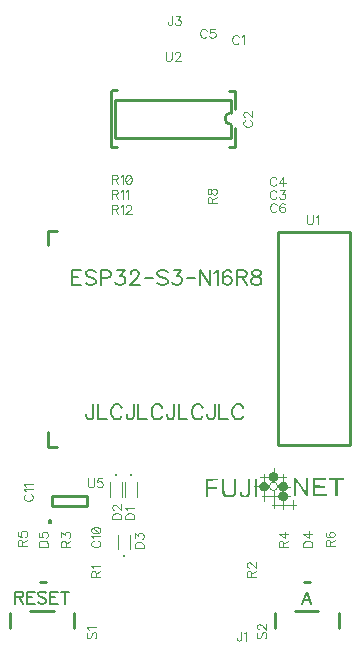
<source format=gbr>
G04 DipTrace 5.1.0.3*
G04 TopSilk.gbr*
%MOIN*%
G04 #@! TF.FileFunction,Legend,Top*
G04 #@! TF.Part,Single*
%ADD10C,0.009843*%
%ADD24C,0.003937*%
%ADD100C,0.004632*%
%ADD101C,0.00772*%
%ADD103C,0.006176*%
%FSLAX26Y26*%
G04*
G70*
G90*
G75*
G01*
G04 TopSilk*
%LPD*%
X857136Y945669D2*
D24*
Y898428D1*
X817766Y945669D2*
Y898428D1*
G36*
X833514Y969290D2*
X833548Y969804D1*
X833649Y970309D1*
X833814Y970797D1*
X834042Y971259D1*
X834328Y971687D1*
X834668Y972074D1*
X835055Y972413D1*
X835483Y972700D1*
X835945Y972927D1*
X836432Y973093D1*
X836938Y973193D1*
X837451Y973227D1*
X837965Y973193D1*
X838470Y973093D1*
X838958Y972927D1*
X839420Y972700D1*
X839848Y972413D1*
X840235Y972074D1*
X840575Y971687D1*
X840861Y971259D1*
X841089Y970797D1*
X841254Y970309D1*
X841355Y969804D1*
X841388Y969290D1*
Y969289D1*
X841355Y968775D1*
X841254Y968270D1*
X841089Y967782D1*
X840861Y967320D1*
X840575Y966892D1*
X840235Y966505D1*
X839848Y966165D1*
X839420Y965879D1*
X838958Y965651D1*
X838470Y965486D1*
X837965Y965385D1*
X837451Y965352D1*
X836938Y965385D1*
X836432Y965486D1*
X835945Y965651D1*
X835483Y965879D1*
X835055Y966165D1*
X834668Y966505D1*
X834328Y966892D1*
X834042Y967320D1*
X833814Y967782D1*
X833649Y968270D1*
X833548Y968775D1*
X833514Y969289D1*
Y969290D1*
G37*
X807136Y945669D2*
D24*
Y898428D1*
X767766Y945669D2*
Y898428D1*
G36*
X783514Y969290D2*
X783548Y969804D1*
X783649Y970309D1*
X783814Y970797D1*
X784042Y971259D1*
X784328Y971687D1*
X784668Y972074D1*
X785055Y972413D1*
X785483Y972700D1*
X785945Y972927D1*
X786432Y973093D1*
X786938Y973193D1*
X787451Y973227D1*
X787965Y973193D1*
X788470Y973093D1*
X788958Y972927D1*
X789420Y972700D1*
X789848Y972413D1*
X790235Y972074D1*
X790575Y971687D1*
X790861Y971259D1*
X791089Y970797D1*
X791254Y970309D1*
X791355Y969804D1*
X791388Y969290D1*
Y969289D1*
X791355Y968775D1*
X791254Y968270D1*
X791089Y967782D1*
X790861Y967320D1*
X790575Y966892D1*
X790235Y966505D1*
X789848Y966165D1*
X789420Y965879D1*
X788958Y965651D1*
X788470Y965486D1*
X787965Y965385D1*
X787451Y965352D1*
X786938Y965385D1*
X786432Y965486D1*
X785945Y965651D1*
X785483Y965879D1*
X785055Y966165D1*
X784668Y966505D1*
X784328Y966892D1*
X784042Y967320D1*
X783814Y967782D1*
X783649Y968270D1*
X783548Y968775D1*
X783514Y969289D1*
Y969290D1*
G37*
X792765Y722980D2*
D24*
Y770222D1*
X832135Y722980D2*
Y770222D1*
G36*
X816387Y699360D2*
X816353Y698846D1*
X816253Y698341D1*
X816087Y697853D1*
X815860Y697391D1*
X815574Y696963D1*
X815234Y696576D1*
X814847Y696236D1*
X814419Y695950D1*
X813957Y695722D1*
X813469Y695557D1*
X812964Y695456D1*
X812450Y695423D1*
X811936Y695456D1*
X811431Y695557D1*
X810943Y695722D1*
X810482Y695950D1*
X810053Y696236D1*
X809666Y696576D1*
X809327Y696963D1*
X809041Y697391D1*
X808813Y697853D1*
X808647Y698341D1*
X808547Y698846D1*
X808513Y699360D1*
Y699361D1*
X808547Y699875D1*
X808647Y700380D1*
X808813Y700868D1*
X809041Y701329D1*
X809327Y701758D1*
X809666Y702145D1*
X810053Y702484D1*
X810482Y702770D1*
X810943Y702998D1*
X811431Y703164D1*
X811936Y703264D1*
X812450Y703298D1*
X812964Y703264D1*
X813469Y703164D1*
X813957Y702998D1*
X814419Y702770D1*
X814847Y702484D1*
X815234Y702145D1*
X815574Y701758D1*
X815860Y701329D1*
X816087Y700868D1*
X816253Y700380D1*
X816353Y699875D1*
X816387Y699361D1*
Y699360D1*
G37*
X1434789Y613618D2*
D10*
X1415112D1*
X553539Y613619D2*
X533862D1*
X646193Y461265D2*
Y511262D1*
X433689Y461265D2*
Y511262D1*
X579311Y517513D2*
X500571Y517509D1*
X1528713Y461265D2*
Y511262D1*
X1316209Y461265D2*
Y511262D1*
X1461831Y517513D2*
X1383091Y517509D1*
X1565315Y1780392D2*
X1327825D1*
Y1071707D1*
X1565315D1*
Y1780392D1*
X590341Y1782337D2*
X559098Y1782262D1*
Y1738577D1*
Y1063554D2*
X590341D1*
X559098D2*
Y1113522D1*
X789014Y2252646D2*
X772639Y2252717D1*
X789798Y2063588D2*
X772639Y2063696D1*
X771113Y2251932D2*
Y2064445D1*
X1183612Y2251932D2*
Y2189436D1*
Y2126941D2*
Y2064445D1*
Y2251932D2*
X1164844D1*
X1170247Y2221201D2*
X784478D1*
X1170247Y2095211D2*
X784478D1*
Y2221201D2*
Y2095211D1*
X1170247Y2221201D2*
Y2177871D1*
Y2138504D2*
Y2095211D1*
Y2177871D2*
G03X1170247Y2138504I49J-19684D01*
G01*
X1183612Y2064445D2*
X1164844D1*
G36*
X566784Y806878D2*
X565779Y806944D1*
X564792Y807140D1*
X563838Y807464D1*
X562935Y807909D1*
X562098Y808469D1*
X561341Y809133D1*
X560677Y809890D1*
X560118Y810727D1*
X559673Y811630D1*
X559349Y812583D1*
X559152Y813571D1*
X559087Y814575D1*
X559152Y815580D1*
X559349Y816568D1*
X559673Y817521D1*
X560118Y818424D1*
X560677Y819261D1*
X561341Y820018D1*
X562098Y820682D1*
X562935Y821242D1*
X563838Y821687D1*
X564792Y822011D1*
X565779Y822207D1*
X566784Y822273D1*
X566789D1*
X567794Y822207D1*
X568782Y822011D1*
X569735Y821687D1*
X570638Y821242D1*
X571475Y820682D1*
X572232Y820018D1*
X572896Y819261D1*
X573456Y818424D1*
X573901Y817521D1*
X574225Y816568D1*
X574421Y815580D1*
X574487Y814575D1*
X574421Y813571D1*
X574225Y812583D1*
X573901Y811630D1*
X573456Y810727D1*
X572896Y809890D1*
X572232Y809133D1*
X571475Y808469D1*
X570638Y807909D1*
X569735Y807464D1*
X568782Y807140D1*
X567794Y806944D1*
X566789Y806878D1*
X566784D1*
G37*
X572050Y868640D2*
D10*
X690157D1*
X572050Y900131D2*
X690157D1*
Y868640D2*
Y900131D1*
X572050Y868640D2*
Y900131D1*
X1343978Y932046D2*
D24*
X1365266Y931907D1*
X1267563Y964281D2*
X1353852D1*
X1280971Y972152D2*
Y884829D1*
X1312315Y994243D2*
Y953915D1*
X1344203Y972000D2*
Y855657D1*
X1306427Y869266D2*
X1386827D1*
X1312451Y916621D2*
X1312315Y861311D1*
X1377043Y886479D2*
Y855657D1*
X1367576Y900350D2*
X1272274D1*
X1246003Y932073D2*
X1280744Y932198D1*
G36*
X1280228Y915818D2*
X1278108Y915957D1*
X1276024Y916371D1*
X1274012Y917054D1*
X1272107Y917994D1*
X1270340Y919174D1*
X1268743Y920575D1*
X1267342Y922172D1*
X1266162Y923939D1*
X1265222Y925844D1*
X1264539Y927856D1*
X1264125Y929940D1*
X1263986Y932060D1*
X1264125Y934180D1*
X1264539Y936263D1*
X1265222Y938275D1*
X1266162Y940181D1*
X1267342Y941947D1*
X1268743Y943545D1*
X1270340Y944945D1*
X1272107Y946126D1*
X1274012Y947065D1*
X1276024Y947748D1*
X1278108Y948163D1*
X1280228Y948302D1*
X1280356D1*
X1282476Y948163D1*
X1284560Y947748D1*
X1286572Y947065D1*
X1288477Y946126D1*
X1290244Y944945D1*
X1291841Y943545D1*
X1293242Y941947D1*
X1294422Y940181D1*
X1295362Y938275D1*
X1296045Y936263D1*
X1296459Y934180D1*
X1296598Y932060D1*
X1296459Y929940D1*
X1296045Y927856D1*
X1295362Y925844D1*
X1294422Y923939D1*
X1293242Y922172D1*
X1291841Y920575D1*
X1290244Y919174D1*
X1288477Y917994D1*
X1286572Y917054D1*
X1284560Y916371D1*
X1282476Y915957D1*
X1280356Y915818D1*
X1280228D1*
G37*
G36*
X1344050Y915706D2*
X1341930Y915845D1*
X1339846Y916259D1*
X1337834Y916942D1*
X1335928Y917882D1*
X1334162Y919063D1*
X1332564Y920463D1*
X1331164Y922061D1*
X1329983Y923827D1*
X1329043Y925733D1*
X1328361Y927745D1*
X1327946Y929829D1*
X1327807Y931949D1*
X1327946Y934069D1*
X1328361Y936153D1*
X1329043Y938165D1*
X1329983Y940070D1*
X1331164Y941837D1*
X1332564Y943434D1*
X1334162Y944835D1*
X1335928Y946015D1*
X1337834Y946955D1*
X1339846Y947638D1*
X1341930Y948053D1*
X1344050Y948192D1*
X1344131D1*
X1346251Y948053D1*
X1348335Y947638D1*
X1350347Y946955D1*
X1352253Y946015D1*
X1354019Y944835D1*
X1355617Y943434D1*
X1357017Y941837D1*
X1358198Y940070D1*
X1359138Y938165D1*
X1359821Y936153D1*
X1360235Y934069D1*
X1360374Y931949D1*
X1360235Y929829D1*
X1359821Y927745D1*
X1359138Y925733D1*
X1358198Y923827D1*
X1357018Y922061D1*
X1355617Y920463D1*
X1354019Y919063D1*
X1352253Y917882D1*
X1350347Y916942D1*
X1348335Y916259D1*
X1346251Y915845D1*
X1344131Y915706D1*
X1344050D1*
G37*
G36*
X1312205Y948164D2*
X1310085Y948303D1*
X1308002Y948717D1*
X1305990Y949400D1*
X1304084Y950340D1*
X1302318Y951520D1*
X1300720Y952921D1*
X1299320Y954519D1*
X1298139Y956285D1*
X1297200Y958191D1*
X1296517Y960202D1*
X1296102Y962286D1*
X1295963Y964406D1*
X1296102Y966526D1*
X1296517Y968610D1*
X1297200Y970622D1*
X1298139Y972527D1*
X1299320Y974294D1*
X1300720Y975891D1*
X1302318Y977292D1*
X1304084Y978472D1*
X1305990Y979412D1*
X1308002Y980095D1*
X1310085Y980509D1*
X1312205Y980648D1*
X1312289D1*
X1314409Y980509D1*
X1316493Y980095D1*
X1318505Y979412D1*
X1320410Y978472D1*
X1322177Y977292D1*
X1323774Y975891D1*
X1325175Y974294D1*
X1326355Y972527D1*
X1327295Y970622D1*
X1327978Y968610D1*
X1328393Y966526D1*
X1328531Y964406D1*
X1328393Y962286D1*
X1327978Y960202D1*
X1327295Y958191D1*
X1326355Y956285D1*
X1325175Y954519D1*
X1323774Y952921D1*
X1322177Y951520D1*
X1320410Y950340D1*
X1318505Y949400D1*
X1316493Y948717D1*
X1314409Y948303D1*
X1312289Y948164D1*
X1312205D1*
G37*
G36*
X1343959Y883416D2*
X1341839Y883555D1*
X1339755Y883969D1*
X1337743Y884652D1*
X1335838Y885592D1*
X1334071Y886772D1*
X1332474Y888173D1*
X1331073Y889771D1*
X1329893Y891537D1*
X1328953Y893443D1*
X1328270Y895454D1*
X1327855Y897538D1*
X1327717Y899658D1*
X1327855Y901778D1*
X1328270Y903862D1*
X1328953Y905874D1*
X1329893Y907779D1*
X1331073Y909546D1*
X1332474Y911143D1*
X1334071Y912544D1*
X1335838Y913724D1*
X1337743Y914664D1*
X1339755Y915347D1*
X1341839Y915761D1*
X1343959Y915900D1*
X1344041D1*
X1346161Y915761D1*
X1348245Y915347D1*
X1350257Y914664D1*
X1352162Y913724D1*
X1353929Y912544D1*
X1355526Y911143D1*
X1356927Y909546D1*
X1358107Y907779D1*
X1359047Y905874D1*
X1359730Y903862D1*
X1360145Y901778D1*
X1360283Y899658D1*
X1360145Y897538D1*
X1359730Y895454D1*
X1359047Y893443D1*
X1358107Y891537D1*
X1356927Y889771D1*
X1355526Y888173D1*
X1353929Y886772D1*
X1352162Y885592D1*
X1350257Y884652D1*
X1348245Y883969D1*
X1346161Y883555D1*
X1344041Y883416D1*
X1343959D1*
G37*
X1298274Y932502D2*
D24*
Y931991D1*
G03X1325995Y931991I13860J0D01*
G01*
Y932502D1*
G03X1298274Y932502I-13860J0D01*
G01*
X1250804Y938421D2*
Y921471D1*
G36*
X1380454Y961576D2*
Y899372D1*
X1387540D1*
Y947403D1*
X1388129Y947909D1*
X1388527Y947843D1*
X1388975Y947192D1*
X1389115Y946616D1*
X1420611Y899372D1*
X1428485D1*
Y961576D1*
X1421399D1*
Y913545D1*
X1420564Y912690D1*
X1420158Y912816D1*
X1419652Y913683D1*
X1419824Y914332D1*
X1388328Y961576D1*
X1380454D1*
G37*
G36*
X1443446D2*
Y899372D1*
X1489115D1*
Y905671D1*
X1451320Y906458D1*
Y927718D1*
X1485178Y928506D1*
Y934805D1*
X1451320Y935592D1*
Y954490D1*
X1487540Y955277D1*
Y961576D1*
X1443446D1*
G37*
G36*
X1497777D2*
Y955277D1*
X1518249Y954490D1*
Y899372D1*
X1525336D1*
Y954490D1*
X1545808Y955277D1*
Y961576D1*
X1497777D1*
G37*
G36*
X1087540Y958427D2*
Y896222D1*
X1094627D1*
Y923781D1*
X1123761Y924569D1*
Y930868D1*
X1094627Y931655D1*
Y951340D1*
X1128485Y952128D1*
Y958427D1*
X1087540D1*
G37*
G36*
X1140296D2*
Y916695D1*
X1141084Y911183D1*
X1142659Y906458D1*
X1143446Y904884D1*
X1145021Y902521D1*
X1147383Y900159D1*
X1149745Y898584D1*
X1152895Y897010D1*
X1155257Y896222D1*
X1159194Y895435D1*
X1169430D1*
X1173367Y896222D1*
X1175729Y897010D1*
X1178879Y898584D1*
X1181241Y900159D1*
X1184391Y903309D1*
X1185966Y905671D1*
X1186753Y907246D1*
X1187540Y909608D1*
X1188328Y913545D1*
Y958427D1*
X1181241D1*
X1180454Y915907D1*
X1179666Y911970D1*
X1178879Y909608D1*
Y908821D1*
X1175729Y905671D1*
X1172580Y904096D1*
X1169430Y903309D1*
X1166018Y902521D1*
X1162606D1*
X1159194Y903309D1*
X1156044Y904096D1*
X1154470Y904884D1*
X1153682Y905671D1*
X1152107Y906458D1*
X1150533Y908033D1*
Y908821D1*
X1149745Y910395D1*
X1148958Y912758D1*
X1148170Y920632D1*
X1147383Y958427D1*
X1140296D1*
G37*
G36*
X1225336D2*
Y908821D1*
X1224548Y908033D1*
Y906458D1*
X1222186Y904096D1*
X1219037Y902521D1*
X1216674Y901734D1*
X1214312D1*
X1211950Y902521D1*
X1208800Y904096D1*
X1207866Y904981D1*
X1208013Y905671D1*
X1207225Y907246D1*
X1206438Y910395D1*
X1205651Y914332D1*
X1204076D1*
X1199351Y913545D1*
Y907246D1*
X1200139Y904884D1*
X1201714Y901734D1*
X1205651Y897797D1*
X1208800Y896222D1*
X1211950Y895435D1*
X1219037D1*
X1222186Y896222D1*
X1224548Y897010D1*
X1226911Y898584D1*
X1230060Y901734D1*
X1231635Y904884D1*
X1232422Y908033D1*
X1233210Y916695D1*
Y958427D1*
X1225336D1*
G37*
G36*
X1248958D2*
Y896222D1*
X1256044D1*
Y958427D1*
X1248958D1*
G37*
X670903Y1653211D2*
D101*
X639841D1*
Y1602971D1*
X670903D1*
X639841Y1629279D2*
X658965D1*
X719836Y1646026D2*
X715082Y1650834D1*
X707897Y1653211D1*
X698336D1*
X691151Y1650834D1*
X686342Y1646026D1*
Y1641272D1*
X688774Y1636464D1*
X691151Y1634087D1*
X695904Y1631711D1*
X710274Y1626902D1*
X715082Y1624526D1*
X717459Y1622094D1*
X719836Y1617341D1*
Y1610156D1*
X715082Y1605402D1*
X707897Y1602971D1*
X698336D1*
X691151Y1605402D1*
X686342Y1610156D1*
X735275Y1626902D2*
X756830D1*
X763960Y1629279D1*
X766391Y1631711D1*
X768768Y1636464D1*
Y1643649D1*
X766391Y1648402D1*
X763960Y1650834D1*
X756830Y1653211D1*
X735275D1*
Y1602971D1*
X789016Y1653155D2*
X815269D1*
X800954Y1634032D1*
X808139D1*
X812892Y1631655D1*
X815269Y1629279D1*
X817701Y1622094D1*
Y1617341D1*
X815269Y1610156D1*
X810516Y1605347D1*
X803331Y1602971D1*
X796146D1*
X789016Y1605347D1*
X786639Y1607779D1*
X784207Y1612532D1*
X835572Y1641217D2*
Y1643594D1*
X837948Y1648402D1*
X840325Y1650779D1*
X845133Y1653155D1*
X854695D1*
X859448Y1650779D1*
X861825Y1648402D1*
X864257Y1643594D1*
Y1638841D1*
X861825Y1634032D1*
X857072Y1626902D1*
X833140Y1602971D1*
X866633D1*
X882072Y1628063D2*
X909707D1*
X958640Y1646026D2*
X953887Y1650834D1*
X946702Y1653211D1*
X937140D1*
X929955Y1650834D1*
X925147Y1646026D1*
Y1641272D1*
X927578Y1636464D1*
X929955Y1634087D1*
X934708Y1631711D1*
X949078Y1626902D1*
X953887Y1624526D1*
X956263Y1622094D1*
X958640Y1617341D1*
Y1610156D1*
X953887Y1605402D1*
X946702Y1602971D1*
X937140D1*
X929955Y1605402D1*
X925147Y1610156D1*
X978888Y1653155D2*
X1005141D1*
X990826Y1634032D1*
X998011D1*
X1002764Y1631655D1*
X1005141Y1629279D1*
X1007572Y1622094D1*
Y1617341D1*
X1005141Y1610156D1*
X1000387Y1605347D1*
X993202Y1602971D1*
X986017D1*
X978888Y1605347D1*
X976511Y1607779D1*
X974079Y1612532D1*
X1023012Y1628063D2*
X1050646D1*
X1099579Y1653211D2*
Y1602971D1*
X1066086Y1653211D1*
Y1602971D1*
X1115018Y1643594D2*
X1119827Y1646026D1*
X1127012Y1653155D1*
Y1602971D1*
X1171136Y1646026D2*
X1168759Y1650779D1*
X1161574Y1653155D1*
X1156821D1*
X1149636Y1650779D1*
X1144828Y1643594D1*
X1142451Y1631655D1*
Y1619717D1*
X1144828Y1610156D1*
X1149636Y1605347D1*
X1156821Y1602971D1*
X1159198D1*
X1166327Y1605347D1*
X1171136Y1610156D1*
X1173512Y1617341D1*
Y1619717D1*
X1171136Y1626902D1*
X1166327Y1631655D1*
X1159198Y1634032D1*
X1156821D1*
X1149636Y1631655D1*
X1144828Y1626902D1*
X1142451Y1619717D1*
X1188952Y1629279D2*
X1210452D1*
X1217637Y1631711D1*
X1220068Y1634087D1*
X1222445Y1638841D1*
Y1643649D1*
X1220068Y1648402D1*
X1217637Y1650834D1*
X1210452Y1653211D1*
X1188952D1*
Y1602971D1*
X1205698Y1629279D2*
X1222445Y1602971D1*
X1249823Y1653155D2*
X1242693Y1650779D1*
X1240261Y1646026D1*
Y1641217D1*
X1242693Y1636464D1*
X1247446Y1634032D1*
X1257008Y1631655D1*
X1264193Y1629279D1*
X1268946Y1624470D1*
X1271322Y1619717D1*
Y1612532D1*
X1268946Y1607779D1*
X1266569Y1605347D1*
X1259384Y1602971D1*
X1249823D1*
X1242693Y1605347D1*
X1240261Y1607779D1*
X1237884Y1612532D1*
Y1619717D1*
X1240261Y1624470D1*
X1245069Y1629279D1*
X1252199Y1631655D1*
X1261761Y1634032D1*
X1266569Y1636464D1*
X1268946Y1641217D1*
Y1646026D1*
X1266569Y1650779D1*
X1259384Y1653155D1*
X1249823D1*
X711164Y1205600D2*
Y1167354D1*
X708788Y1160169D1*
X706356Y1157792D1*
X701603Y1155360D1*
X696794D1*
X692041Y1157792D1*
X689664Y1160169D1*
X687233Y1167354D1*
Y1172107D1*
X726603Y1205600D2*
Y1155360D1*
X755288D1*
X806598Y1193662D2*
X804221Y1198415D1*
X799412Y1203224D1*
X794659Y1205600D1*
X785098D1*
X780289Y1203224D1*
X775536Y1198415D1*
X773104Y1193662D1*
X770728Y1186477D1*
Y1174484D1*
X773104Y1167354D1*
X775536Y1162545D1*
X780289Y1157792D1*
X785098Y1155360D1*
X794659D1*
X799412Y1157792D1*
X804221Y1162545D1*
X806598Y1167354D1*
X845968Y1205600D2*
Y1167354D1*
X843592Y1160169D1*
X841160Y1157792D1*
X836407Y1155360D1*
X831598D1*
X826845Y1157792D1*
X824469Y1160169D1*
X822037Y1167354D1*
Y1172107D1*
X861408Y1205600D2*
Y1155360D1*
X890093D1*
X941402Y1193662D2*
X939025Y1198415D1*
X934217Y1203224D1*
X929464Y1205600D1*
X919902D1*
X915093Y1203224D1*
X910340Y1198415D1*
X907908Y1193662D1*
X905532Y1186477D1*
Y1174484D1*
X907908Y1167354D1*
X910340Y1162545D1*
X915093Y1157792D1*
X919902Y1155360D1*
X929464D1*
X934217Y1157792D1*
X939025Y1162545D1*
X941402Y1167354D1*
X980773Y1205600D2*
Y1167354D1*
X978396Y1160169D1*
X975964Y1157792D1*
X971211Y1155360D1*
X966403D1*
X961649Y1157792D1*
X959273Y1160169D1*
X956841Y1167354D1*
Y1172107D1*
X996212Y1205600D2*
Y1155360D1*
X1024897D1*
X1076206Y1193662D2*
X1073829Y1198415D1*
X1069021Y1203224D1*
X1064268Y1205600D1*
X1054706D1*
X1049898Y1203224D1*
X1045145Y1198415D1*
X1042713Y1193662D1*
X1040336Y1186477D1*
Y1174484D1*
X1042713Y1167354D1*
X1045145Y1162545D1*
X1049898Y1157792D1*
X1054706Y1155360D1*
X1064268D1*
X1069021Y1157792D1*
X1073829Y1162545D1*
X1076206Y1167354D1*
X1115577Y1205600D2*
Y1167354D1*
X1113200Y1160169D1*
X1110769Y1157792D1*
X1106015Y1155360D1*
X1101207D1*
X1096454Y1157792D1*
X1094077Y1160169D1*
X1091645Y1167354D1*
Y1172107D1*
X1131016Y1205600D2*
Y1155360D1*
X1159701D1*
X1211010Y1193662D2*
X1208634Y1198415D1*
X1203825Y1203224D1*
X1199072Y1205600D1*
X1189510D1*
X1184702Y1203224D1*
X1179949Y1198415D1*
X1177517Y1193662D1*
X1175140Y1186477D1*
Y1174484D1*
X1177517Y1167354D1*
X1179949Y1162545D1*
X1184702Y1157792D1*
X1189510Y1155360D1*
X1199072D1*
X1203825Y1157792D1*
X1208634Y1162545D1*
X1211010Y1167354D1*
X1438460Y541410D2*
D103*
X1423117Y581602D1*
X1407819Y541410D1*
X1413567Y554808D2*
X1432712D1*
X451569Y562457D2*
X468769D1*
X474517Y564402D1*
X476463Y566304D1*
X478364Y570106D1*
Y573953D1*
X476463Y577756D1*
X474517Y579701D1*
X468769Y581602D1*
X451569D1*
Y541410D1*
X464967Y562457D2*
X478364Y541410D1*
X515565Y581602D2*
X490716D1*
Y541410D1*
X515565D1*
X490716Y562457D2*
X506014D1*
X554711Y575854D2*
X550908Y579701D1*
X545160Y581602D1*
X537511D1*
X531763Y579701D1*
X527916Y575854D1*
Y572052D1*
X529862Y568205D1*
X531763Y566304D1*
X535565Y564402D1*
X547061Y560556D1*
X550908Y558654D1*
X552810Y556709D1*
X554711Y552906D1*
Y547158D1*
X550908Y543356D1*
X545160Y541410D1*
X537511D1*
X531763Y543356D1*
X527916Y547158D1*
X591911Y581602D2*
X567062D1*
Y541410D1*
X591911D1*
X567062Y562457D2*
X582361D1*
X617660Y581602D2*
Y541410D1*
X604263Y581602D2*
X631057D1*
X1196232Y2429438D2*
D100*
X1194806Y2432289D1*
X1191921Y2435175D1*
X1189069Y2436601D1*
X1183332D1*
X1180447Y2435175D1*
X1177595Y2432289D1*
X1176136Y2429438D1*
X1174710Y2425127D1*
Y2417930D1*
X1176136Y2413653D1*
X1177595Y2410768D1*
X1180447Y2407916D1*
X1183332Y2406457D1*
X1189069D1*
X1191921Y2407916D1*
X1194806Y2410768D1*
X1196232Y2413653D1*
X1205495Y2430830D2*
X1208381Y2432289D1*
X1212692Y2436567D1*
Y2406457D1*
X1218152Y2152873D2*
X1215300Y2151447D1*
X1212415Y2148562D1*
X1210989Y2145710D1*
Y2139973D1*
X1212415Y2137088D1*
X1215300Y2134236D1*
X1218152Y2132777D1*
X1222463Y2131351D1*
X1229659D1*
X1233937Y2132777D1*
X1236822Y2134236D1*
X1239674Y2137088D1*
X1241133Y2139973D1*
Y2145710D1*
X1239674Y2148562D1*
X1236822Y2151447D1*
X1233937Y2152873D1*
X1218185Y2163595D2*
X1216759D1*
X1213874Y2165021D1*
X1212448Y2166447D1*
X1211022Y2169332D1*
Y2175069D1*
X1212448Y2177921D1*
X1213874Y2179347D1*
X1216759Y2180806D1*
X1219611D1*
X1222496Y2179347D1*
X1226774Y2176495D1*
X1241133Y2162136D1*
Y2182232D1*
X1321625Y1912583D2*
X1320199Y1915435D1*
X1317313Y1918320D1*
X1314462Y1919746D1*
X1308725D1*
X1305840Y1918320D1*
X1302988Y1915435D1*
X1301529Y1912583D1*
X1300103Y1908272D1*
Y1901076D1*
X1301529Y1896798D1*
X1302988Y1893913D1*
X1305840Y1891061D1*
X1308725Y1889602D1*
X1314462D1*
X1317313Y1891061D1*
X1320199Y1893913D1*
X1321625Y1896798D1*
X1333773Y1919713D2*
X1349525D1*
X1340936Y1908239D1*
X1345247D1*
X1348099Y1906813D1*
X1349525Y1905387D1*
X1350984Y1901076D1*
Y1898224D1*
X1349525Y1893913D1*
X1346673Y1891028D1*
X1342362Y1889602D1*
X1338051D1*
X1333773Y1891028D1*
X1332347Y1892487D1*
X1330888Y1895339D1*
X1321522Y1957331D2*
X1320096Y1960183D1*
X1317211Y1963068D1*
X1314359Y1964494D1*
X1308622D1*
X1305737Y1963068D1*
X1302885Y1960183D1*
X1301426Y1957331D1*
X1300000Y1953020D1*
Y1945824D1*
X1301426Y1941546D1*
X1302885Y1938661D1*
X1305737Y1935809D1*
X1308622Y1934350D1*
X1314359D1*
X1317211Y1935809D1*
X1320096Y1938661D1*
X1321522Y1941546D1*
X1345144Y1934350D2*
Y1964461D1*
X1330785Y1944398D1*
X1352307D1*
X1089191Y2450501D2*
X1087765Y2453352D1*
X1084880Y2456238D1*
X1082029Y2457664D1*
X1076292D1*
X1073406Y2456238D1*
X1070555Y2453352D1*
X1069095Y2450501D1*
X1067669Y2446190D1*
Y2438993D1*
X1069095Y2434716D1*
X1070555Y2431831D1*
X1073406Y2428979D1*
X1076292Y2427520D1*
X1082029D1*
X1084880Y2428979D1*
X1087765Y2431831D1*
X1089191Y2434716D1*
X1115666Y2457630D2*
X1101340D1*
X1099914Y2444730D1*
X1101340Y2446156D1*
X1105651Y2447616D1*
X1109929D1*
X1114240Y2446156D1*
X1117125Y2443304D1*
X1118551Y2438993D1*
Y2436142D1*
X1117125Y2431831D1*
X1114240Y2428945D1*
X1109929Y2427520D1*
X1105651D1*
X1101340Y2428945D1*
X1099914Y2430405D1*
X1098455Y2433256D1*
X1322353Y1869251D2*
X1320927Y1872103D1*
X1318042Y1874988D1*
X1315190Y1876414D1*
X1309453D1*
X1306568Y1874988D1*
X1303716Y1872103D1*
X1302257Y1869251D1*
X1300831Y1864940D1*
Y1857744D1*
X1302257Y1853466D1*
X1303716Y1850581D1*
X1306568Y1847729D1*
X1309453Y1846270D1*
X1315190D1*
X1318042Y1847729D1*
X1320927Y1850581D1*
X1322353Y1853466D1*
X1348827Y1872103D2*
X1347401Y1874955D1*
X1343090Y1876381D1*
X1340238D1*
X1335927Y1874955D1*
X1333042Y1870644D1*
X1331616Y1863481D1*
Y1856318D1*
X1333042Y1850581D1*
X1335927Y1847696D1*
X1340238Y1846270D1*
X1341664D1*
X1345942Y1847696D1*
X1348827Y1850581D1*
X1350253Y1854892D1*
Y1856318D1*
X1348827Y1860629D1*
X1345942Y1863481D1*
X1341664Y1864907D1*
X1340238D1*
X1335927Y1863481D1*
X1333042Y1860629D1*
X1331616Y1856318D1*
X711901Y750892D2*
X709049Y749466D1*
X706164Y746581D1*
X704738Y743729D1*
Y737992D1*
X706164Y735107D1*
X709049Y732255D1*
X711901Y730796D1*
X716212Y729370D1*
X723408D1*
X727686Y730796D1*
X730571Y732255D1*
X733423Y735107D1*
X734882Y737992D1*
Y743729D1*
X733423Y746581D1*
X730571Y749466D1*
X727686Y750892D1*
X710508Y760156D2*
X709049Y763041D1*
X704771Y767352D1*
X734882D1*
X704771Y785237D2*
X706197Y780926D1*
X710508Y778041D1*
X717671Y776615D1*
X721982D1*
X729145Y778041D1*
X733456Y780926D1*
X734882Y785237D1*
Y788089D1*
X733456Y792400D1*
X729145Y795252D1*
X721982Y796711D1*
X717671D1*
X710508Y795252D1*
X706197Y792400D1*
X704771Y788089D1*
Y785237D1*
X710508Y795252D2*
X729145Y778041D1*
X486901Y906161D2*
X484049Y904735D1*
X481164Y901850D1*
X479738Y898998D1*
Y893261D1*
X481164Y890376D1*
X484049Y887524D1*
X486901Y886065D1*
X491212Y884639D1*
X498408D1*
X502686Y886065D1*
X505571Y887524D1*
X508423Y890376D1*
X509882Y893261D1*
Y898998D1*
X508423Y901850D1*
X505571Y904735D1*
X502686Y906161D1*
X485508Y915424D2*
X484049Y918310D1*
X479771Y922621D1*
X509882D1*
X485508Y931884D2*
X484049Y934769D1*
X479771Y939080D1*
X509882D1*
X817583Y823158D2*
X847727D1*
Y833206D1*
X846268Y837517D1*
X843416Y840402D1*
X840531Y841828D1*
X836253Y843254D1*
X829057D1*
X824746Y841828D1*
X821894Y840402D1*
X819009Y837517D1*
X817583Y833206D1*
Y823158D1*
X823353Y852517D2*
X821894Y855402D1*
X817616Y859714D1*
X847727D1*
X773833Y822957D2*
X803977D1*
Y833005D1*
X802517Y837316D1*
X799666Y840201D1*
X796780Y841627D1*
X792503Y843053D1*
X785307D1*
X780995Y841627D1*
X778144Y840201D1*
X775259Y837316D1*
X773833Y833005D1*
Y822957D1*
X781029Y853776D2*
X779603D1*
X776718Y855202D1*
X775292Y856628D1*
X773866Y859513D1*
Y865250D1*
X775292Y868102D1*
X776718Y869528D1*
X779603Y870987D1*
X782455D1*
X785340Y869528D1*
X789618Y866676D1*
X803977Y852317D1*
Y872413D1*
X848831Y727486D2*
X878975D1*
Y737534D1*
X877516Y741845D1*
X874664Y744730D1*
X871779Y746156D1*
X867501Y747582D1*
X860305D1*
X855994Y746156D1*
X853142Y744730D1*
X850257Y741845D1*
X848831Y737534D1*
Y727486D1*
X848864Y759731D2*
Y775483D1*
X860338Y766894D1*
Y771205D1*
X861764Y774057D1*
X863190Y775483D1*
X867501Y776942D1*
X870353D1*
X874664Y775483D1*
X877549Y772631D1*
X878975Y768320D1*
Y764009D1*
X877549Y759731D1*
X876090Y758305D1*
X873238Y756846D1*
X1410986Y731121D2*
X1441130D1*
Y741169D1*
X1439671Y745480D1*
X1436819Y748365D1*
X1433934Y749791D1*
X1429656Y751217D1*
X1422460D1*
X1418149Y749791D1*
X1415297Y748365D1*
X1412412Y745480D1*
X1410986Y741169D1*
Y731121D1*
X1441130Y774840D2*
X1411019D1*
X1431082Y760480D1*
Y782002D1*
X529738Y731835D2*
X559882D1*
Y741883D1*
X558423Y746194D1*
X555571Y749079D1*
X552686Y750505D1*
X548408Y751931D1*
X541212D1*
X536901Y750505D1*
X534049Y749079D1*
X531164Y746194D1*
X529738Y741883D1*
Y731835D1*
X529771Y778406D2*
Y764080D1*
X542671Y762654D1*
X541245Y764080D1*
X539786Y768391D1*
Y772669D1*
X541245Y776980D1*
X544097Y779865D1*
X548408Y781291D1*
X551260D1*
X555571Y779865D1*
X558456Y776980D1*
X559882Y772669D1*
Y768391D1*
X558456Y764080D1*
X556997Y762654D1*
X554145Y761195D1*
X1204019Y448314D2*
Y425367D1*
X1202593Y421055D1*
X1201134Y419630D1*
X1198282Y418170D1*
X1195397D1*
X1192545Y419630D1*
X1191119Y421055D1*
X1189660Y425367D1*
Y428218D1*
X1213283Y442544D2*
X1216168Y444003D1*
X1220479Y448281D1*
Y418170D1*
X973701Y2500082D2*
Y2477134D1*
X972275Y2472823D1*
X970815Y2471397D1*
X967964Y2469938D1*
X965078D1*
X962227Y2471397D1*
X960801Y2472823D1*
X959341Y2477134D1*
Y2479986D1*
X985849Y2500049D2*
X1001601D1*
X993012Y2488575D1*
X997323D1*
X1000175Y2487149D1*
X1001601Y2485723D1*
X1003060Y2481412D1*
Y2478560D1*
X1001601Y2474249D1*
X998749Y2471364D1*
X994438Y2469938D1*
X990127D1*
X985849Y2471364D1*
X984423Y2472823D1*
X982964Y2475675D1*
X719087Y631082D2*
Y643982D1*
X717627Y648293D1*
X716202Y649752D1*
X713350Y651178D1*
X710465D1*
X707613Y649752D1*
X706154Y648293D1*
X704728Y643982D1*
Y631082D1*
X734872D1*
X719087Y641130D2*
X734872Y651178D1*
X710498Y660441D2*
X709039Y663326D1*
X704761Y667637D1*
X734872D1*
X1237846Y630881D2*
Y643781D1*
X1236387Y648092D1*
X1234961Y649551D1*
X1232109Y650977D1*
X1229224D1*
X1226372Y649551D1*
X1224913Y648092D1*
X1223487Y643781D1*
Y630881D1*
X1253631D1*
X1237846Y640929D2*
X1253631Y650977D1*
X1230684Y661700D2*
X1229258D1*
X1226372Y663126D1*
X1224947Y664552D1*
X1223521Y667437D1*
Y673174D1*
X1224947Y676026D1*
X1226372Y677452D1*
X1229258Y678911D1*
X1232109D1*
X1234995Y677452D1*
X1239272Y674600D1*
X1253631Y660241D1*
Y680337D1*
X619097Y731470D2*
Y744370D1*
X617638Y748681D1*
X616212Y750140D1*
X613360Y751566D1*
X610475D1*
X607623Y750140D1*
X606164Y748681D1*
X604738Y744370D1*
Y731470D1*
X634882D1*
X619097Y741518D2*
X634882Y751566D1*
X604771Y763715D2*
Y779467D1*
X616245Y770878D1*
Y775189D1*
X617671Y778041D1*
X619097Y779467D1*
X623408Y780926D1*
X626260D1*
X630571Y779467D1*
X633456Y776615D1*
X634882Y772304D1*
Y767993D1*
X633456Y763715D1*
X631997Y762289D1*
X629145Y760830D1*
X1344096Y730759D2*
Y743659D1*
X1342637Y747970D1*
X1341211Y749429D1*
X1338359Y750855D1*
X1335474D1*
X1332622Y749429D1*
X1331163Y747970D1*
X1329737Y743659D1*
Y730759D1*
X1359881D1*
X1344096Y740807D2*
X1359881Y750855D1*
Y774477D2*
X1329770D1*
X1349833Y760118D1*
Y781640D1*
X474724Y733993D2*
Y746893D1*
X473265Y751204D1*
X471839Y752663D1*
X468987Y754089D1*
X466102D1*
X463250Y752663D1*
X461791Y751204D1*
X460365Y746893D1*
Y733993D1*
X490509D1*
X474724Y744041D2*
X490509Y754089D1*
X460399Y780563D2*
Y766237D1*
X473298Y764811D1*
X471872Y766237D1*
X470413Y770548D1*
Y774826D1*
X471872Y779137D1*
X474724Y782022D1*
X479035Y783448D1*
X481887D1*
X486198Y782022D1*
X489083Y779137D1*
X490509Y774826D1*
Y770548D1*
X489083Y766237D1*
X487624Y764811D1*
X484772Y763352D1*
X1500035Y733478D2*
Y746378D1*
X1498576Y750689D1*
X1497150Y752148D1*
X1494298Y753574D1*
X1491413D1*
X1488561Y752148D1*
X1487102Y750689D1*
X1485676Y746378D1*
Y733478D1*
X1515820D1*
X1500035Y743526D2*
X1515820Y753574D1*
X1489987Y780049D2*
X1487136Y778623D1*
X1485710Y774312D1*
Y771460D1*
X1487136Y767149D1*
X1491447Y764264D1*
X1498609Y762838D1*
X1505772D1*
X1511509Y764264D1*
X1514394Y767149D1*
X1515820Y771460D1*
Y772886D1*
X1514394Y777164D1*
X1511509Y780049D1*
X1507198Y781475D1*
X1505772D1*
X1501461Y780049D1*
X1498609Y777164D1*
X1497184Y772886D1*
Y771460D1*
X1498609Y767149D1*
X1501461Y764264D1*
X1505772Y762838D1*
X1106597Y1875829D2*
Y1888729D1*
X1105138Y1893040D1*
X1103712Y1894500D1*
X1100860Y1895925D1*
X1097975D1*
X1095123Y1894500D1*
X1093664Y1893040D1*
X1092238Y1888729D1*
Y1875829D1*
X1122382D1*
X1106597Y1885877D2*
X1122382Y1895925D1*
X1092271Y1912352D2*
X1093697Y1908074D1*
X1096549Y1906615D1*
X1099434D1*
X1102286Y1908074D1*
X1103745Y1910926D1*
X1105171Y1916663D1*
X1106597Y1920974D1*
X1109482Y1923826D1*
X1112334Y1925252D1*
X1116645D1*
X1119497Y1923826D1*
X1120956Y1922400D1*
X1122382Y1918089D1*
Y1912352D1*
X1120956Y1908074D1*
X1119497Y1906615D1*
X1116645Y1905189D1*
X1112334D1*
X1109482Y1906615D1*
X1106597Y1909500D1*
X1105171Y1913778D1*
X1103745Y1919515D1*
X1102286Y1922400D1*
X1099434Y1923826D1*
X1096549D1*
X1093697Y1922400D1*
X1092271Y1918089D1*
Y1912352D1*
X772653Y1955804D2*
X785553D1*
X789864Y1957264D1*
X791323Y1958690D1*
X792749Y1961541D1*
Y1964427D1*
X791323Y1967278D1*
X789864Y1968738D1*
X785553Y1970164D1*
X772653D1*
Y1940020D1*
X782701Y1955804D2*
X792749Y1940020D1*
X802012Y1964393D2*
X804897Y1965852D1*
X809208Y1970130D1*
Y1940020D1*
X827094Y1970130D2*
X822783Y1968704D1*
X819898Y1964393D1*
X818472Y1957230D1*
Y1952919D1*
X819898Y1945756D1*
X822783Y1941445D1*
X827094Y1940020D1*
X829946D1*
X834257Y1941445D1*
X837109Y1945756D1*
X838568Y1952919D1*
Y1957230D1*
X837109Y1964393D1*
X834257Y1968704D1*
X829946Y1970130D1*
X827094D1*
X837109Y1964393D2*
X819898Y1945756D1*
X772853Y1905806D2*
X785753D1*
X790064Y1907265D1*
X791523Y1908691D1*
X792949Y1911543D1*
Y1914428D1*
X791523Y1917280D1*
X790064Y1918739D1*
X785753Y1920165D1*
X772853D1*
Y1890021D1*
X782901Y1905806D2*
X792949Y1890021D1*
X802213Y1914395D2*
X805098Y1915854D1*
X809409Y1920132D1*
Y1890021D1*
X818672Y1914395D2*
X821558Y1915854D1*
X825869Y1920132D1*
Y1890021D1*
X772653Y1855803D2*
X785553D1*
X789864Y1857262D1*
X791323Y1858688D1*
X792749Y1861540D1*
Y1864425D1*
X791323Y1867277D1*
X789864Y1868736D1*
X785553Y1870162D1*
X772653D1*
Y1840018D1*
X782701Y1855803D2*
X792749Y1840018D1*
X802012Y1864392D2*
X804897Y1865851D1*
X809208Y1870129D1*
Y1840018D1*
X819931Y1862966D2*
Y1864392D1*
X821357Y1867277D1*
X822783Y1868703D1*
X825668Y1870129D1*
X831405D1*
X834257Y1868703D1*
X835683Y1867277D1*
X837142Y1864392D1*
Y1861540D1*
X835683Y1858655D1*
X832831Y1854377D1*
X818472Y1840018D1*
X838568D1*
X694708Y445666D2*
X691823Y442814D1*
X690397Y438503D1*
Y432766D1*
X691823Y428455D1*
X694708Y425570D1*
X697560D1*
X700445Y427029D1*
X701871Y428455D1*
X703297Y431307D1*
X706182Y439929D1*
X707608Y442814D1*
X709067Y444240D1*
X711919Y445666D1*
X716230D1*
X719082Y442814D1*
X720541Y438503D1*
Y432766D1*
X719082Y428455D1*
X716230Y425570D1*
X696167Y454929D2*
X694708Y457815D1*
X690430Y462126D1*
X720541D1*
X1261308Y445467D2*
X1258423Y442615D1*
X1256997Y438304D1*
Y432567D1*
X1258423Y428256D1*
X1261308Y425371D1*
X1264160D1*
X1267045Y426830D1*
X1268471Y428256D1*
X1269897Y431108D1*
X1272782Y439730D1*
X1274208Y442615D1*
X1275667Y444041D1*
X1278519Y445467D1*
X1282830D1*
X1285682Y442615D1*
X1287141Y438304D1*
Y432567D1*
X1285682Y428256D1*
X1282830Y425371D1*
X1264193Y456189D2*
X1262767D1*
X1259882Y457615D1*
X1258456Y459041D1*
X1257030Y461926D1*
Y467663D1*
X1258456Y470515D1*
X1259882Y471941D1*
X1262767Y473400D1*
X1265619D1*
X1268504Y471941D1*
X1272782Y469089D1*
X1287141Y454730D1*
Y474826D1*
X1423025Y1835951D2*
Y1814429D1*
X1424451Y1810118D1*
X1427336Y1807266D1*
X1431647Y1805807D1*
X1434499D1*
X1438810Y1807266D1*
X1441695Y1810118D1*
X1443121Y1814429D1*
Y1835951D1*
X1452385Y1830181D2*
X1455270Y1831640D1*
X1459581Y1835918D1*
Y1805807D1*
X952634Y2380597D2*
Y2359075D1*
X954060Y2354764D1*
X956945Y2351912D1*
X961256Y2350453D1*
X964108D1*
X968419Y2351912D1*
X971304Y2354764D1*
X972730Y2359075D1*
Y2380597D1*
X983453Y2373400D2*
Y2374826D1*
X984879Y2377712D1*
X986305Y2379137D1*
X989190Y2380563D1*
X994927D1*
X997779Y2379137D1*
X999205Y2377712D1*
X1000664Y2374826D1*
Y2371975D1*
X999205Y2369089D1*
X996353Y2364812D1*
X981994Y2350453D1*
X1002090D1*
X693645Y959338D2*
Y937816D1*
X695071Y933505D1*
X697956Y930653D1*
X702267Y929194D1*
X705119D1*
X709430Y930653D1*
X712315Y933505D1*
X713741Y937816D1*
Y959338D1*
X740215Y959305D2*
X725890D1*
X724464Y946405D1*
X725890Y947831D1*
X730201Y949290D1*
X734478D1*
X738789Y947831D1*
X741675Y944979D1*
X743100Y940668D1*
Y937816D1*
X741675Y933505D1*
X738789Y930620D1*
X734478Y929194D1*
X730201D1*
X725890Y930620D1*
X724464Y932079D1*
X723004Y934931D1*
M02*

</source>
